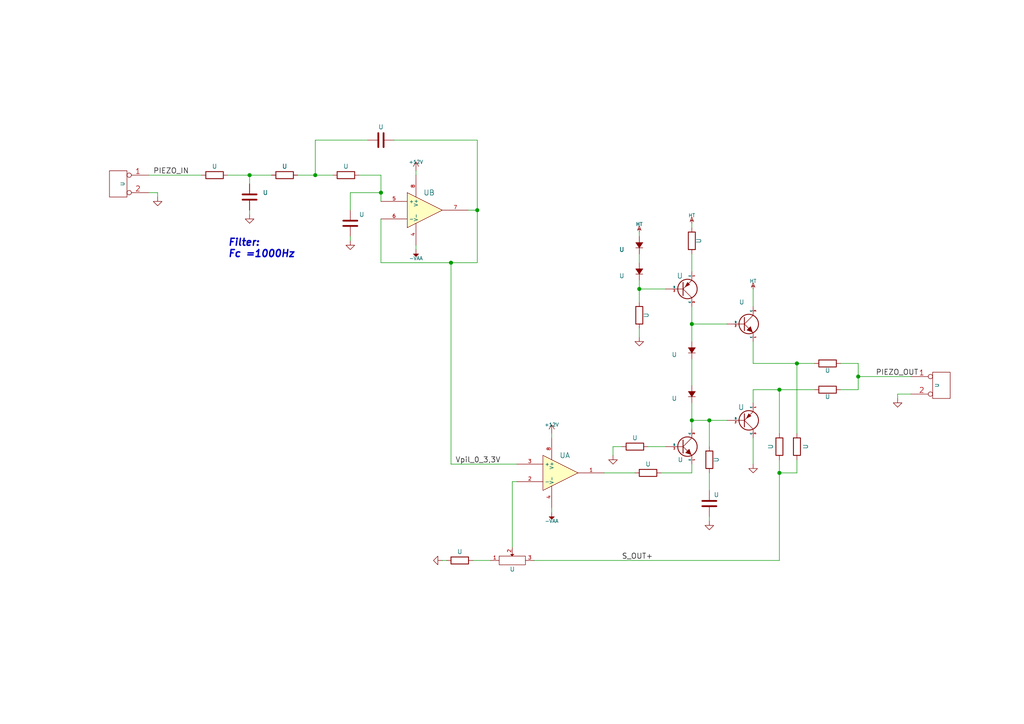
<source format=kicad_sch>
(kicad_sch (version 20220822) (generator eeschema)
  (paper "A4")
  (title_block (title "Complex hierarchy: demo") (date "2017-01-15") (rev "1"))
  (lib_symbols
    (symbol "complex_hierarchy_schlib:+12V" (power) (pin_names (offset 0))
      (property "Value" "+12V" (at 0 3.556 0))
      (symbol "+12V_0_1"
        (polyline (pts (xy -0.762 1.27) (xy 0 2.54)))
        (polyline (pts (xy 0 0) (xy 0 2.54)))
        (polyline (pts (xy 0 2.54) (xy 0.762 1.27)))
      )
      (symbol "+12V_1_1"
        (pin power_in line (at 0 0 90) (length 0) hide (name "+12V") (number "1"))
      )
    )
    (symbol "complex_hierarchy_schlib:-VAA" (power) (pin_names (offset 0))
      (property "Value" "-VAA" (at 0 2.54 0))
      (symbol "-VAA_0_0"
        (pin power_in line (at 0 0 90) (length 0) hide (name "-VAA") (number "1"))
      )
      (symbol "-VAA_0_1"
        (polyline (pts (xy 0 0) (xy 0 1.27) (xy 0 1.27)))
        (polyline (pts (xy 0 2.032) (xy 0.762 1.27) (xy -0.508 1.27) (xy -0.762 1.27) (xy 0 2.032) (xy 0 2.032) (xy 0 2.032)) (fill (type outline)))
      )
    )
    (symbol "complex_hierarchy_schlib:C" (pin_numbers hide) (pin_names (offset 0.254))
      (property "Reference" "C" (at 0.635 2.54 0))
      (property "Value" "C" (at 0.635 -2.54 0))
      (symbol "C_0_1"
        (polyline (pts (xy -2.032 -0.762) (xy 2.032 -0.762)) (stroke (width 0.508)))
        (polyline (pts (xy -2.032 0.762) (xy 2.032 0.762)) (stroke (width 0.508)))
      )
      (symbol "C_1_1"
        (pin passive line (at 0 3.81 270) (length 2.794) (name "~") (number "1"))
        (pin passive line (at 0 -3.81 90) (length 2.794) (name "~") (number "2"))
      )
    )
    (symbol "complex_hierarchy_schlib:CONN_2" (pin_names (offset 1.016) hide)
      (property "Reference" "P" (at -1.27 0 90))
      (property "Value" "CONN_2" (at 1.27 0 90))
      (symbol "CONN_2_0_1"
        (rectangle (start -2.54 3.81) (end 2.54 -3.81))
      )
      (symbol "CONN_2_1_1"
        (pin passive inverted (at -8.89 2.54 0) (length 6.35) (name "P1") (number "1"))
        (pin passive inverted (at -8.89 -2.54 0) (length 6.35) (name "PM") (number "2"))
      )
    )
    (symbol "complex_hierarchy_schlib:D_Small" (pin_numbers hide) (pin_names (offset 0.254) hide)
      (property "Reference" "D" (at -1.27 2.032 0))
      (property "Value" "D_Small" (at -3.81 -2.032 0))
      (symbol "D_Small_0_1"
        (polyline (pts (xy -0.762 -1.016) (xy -0.762 1.016)))
        (polyline (pts (xy 0.762 -1.016) (xy -0.762 0) (xy 0.762 1.016) (xy 0.762 -1.016)) (fill (type outline)))
      )
      (symbol "D_Small_1_1"
        (pin passive line (at -2.54 0 0) (length 1.778) (name "K") (number "1"))
        (pin passive line (at 2.54 0 180) (length 1.778) (name "A") (number "2"))
      )
    )
    (symbol "complex_hierarchy_schlib:GND" (power) (pin_names (offset 0))
      (property "Value" "GND" (at 0 -3.1242 0))
      (symbol "GND_0_1"
        (polyline (pts (xy 0 0) (xy 0 -1.27) (xy 1.27 -1.27) (xy 0 -2.54) (xy -1.27 -1.27) (xy 0 -1.27)))
      )
      (symbol "GND_1_1"
        (pin power_in line (at 0 0 270) (length 0) hide (name "GND") (number "1"))
      )
    )
    (symbol "complex_hierarchy_schlib:HT" (power) (pin_names (offset 0))
      (property "Value" "HT" (at 0 2.286 0))
      (symbol "HT_0_0"
        (pin power_in line (at 0 0 90) (length 0) hide (name "HT") (number "1"))
      )
      (symbol "HT_0_1"
        (polyline (pts (xy 0 0) (xy 0 1.016) (xy 0 1.016)))
        (polyline (pts (xy 0 1.016) (xy 0.508 0.508) (xy 0 1.778) (xy -0.508 0.508) (xy 0 1.016) (xy 0 1.016)))
      )
    )
    (symbol "complex_hierarchy_schlib:LM358N"
      (property "Reference" "U" (at -1.27 5.08 0))
      (property "Value" "LM358N" (at -1.27 -6.35 0))
      (symbol "LM358N_0_1"
        (polyline (pts (xy -5.08 5.08) (xy 5.08 0) (xy -5.08 -5.08) (xy -5.08 5.08)) (stroke (width 0.1524)) (fill (type background)))
        (pin power_in line (at -2.54 -10.16 90) (length 6.35) (name "V-") (number "4"))
        (pin power_in line (at -2.54 10.16 270) (length 6.35) (name "V+") (number "8"))
      )
      (symbol "LM358N_1_1"
        (pin output line (at 12.7 0 180) (length 7.62) (name "~") (number "1"))
        (pin input line (at -12.7 -2.54 0) (length 7.62) (name "-") (number "2"))
        (pin input line (at -12.7 2.54 0) (length 7.62) (name "+") (number "3"))
      )
      (symbol "LM358N_2_1"
        (pin input line (at -12.7 2.54 0) (length 7.62) (name "+") (number "5"))
        (pin input line (at -12.7 -2.54 0) (length 7.62) (name "-") (number "6"))
        (pin output line (at 12.7 0 180) (length 7.62) (name "~") (number "7"))
      )
    )
    (symbol "complex_hierarchy_schlib:MPSA42" (pin_names (offset 0))
      (property "Reference" "Q" (at 3.81 -3.81 0))
      (property "Value" "MPSA42" (at 3.81 3.81 0))
      (symbol "MPSA42_0_1"
        (polyline (pts (xy 0 0) (xy 2.54 2.54)))
        (polyline (pts (xy 0 1.905) (xy 0 -1.905) (xy 0 -1.905)) (stroke (width 0.254)))
        (polyline (pts (xy 1.27 -1.27) (xy 0 0) (xy 0 0)))
        (polyline (pts (xy 2.286 -2.286) (xy 2.54 -2.54) (xy 2.54 -2.54)))
        (polyline (pts (xy 2.286 -2.286) (xy 1.778 -0.762) (xy 0.762 -1.778) (xy 2.286 -2.286) (xy 2.286 -2.286)) (fill (type outline)))
        (circle (center 1.27 0) (radius 2.8194) (stroke (width 0.254)))
      )
      (symbol "MPSA42_1_1"
        (pin passive line (at 2.54 -5.08 90) (length 2.54) (name "E") (number "1"))
        (pin input line (at -5.08 0 0) (length 5.08) (name "B") (number "2"))
        (pin passive line (at 2.54 5.08 270) (length 2.54) (name "C") (number "3"))
      )
    )
    (symbol "complex_hierarchy_schlib:MPSA92" (pin_names (offset 0))
      (property "Reference" "Q" (at 3.81 -3.81 0))
      (property "Value" "MPSA92" (at 3.81 3.81 0))
      (symbol "MPSA92_0_1"
        (polyline (pts (xy 0 0) (xy 2.54 2.54)))
        (polyline (pts (xy 0 1.905) (xy 0 -1.905) (xy 0 -1.905)) (stroke (width 0.254)) (fill (type outline)))
        (polyline (pts (xy 0.635 -0.635) (xy 0 0) (xy 0 0)))
        (polyline (pts (xy 2.54 -2.54) (xy 1.651 -1.651) (xy 1.651 -1.651)))
        (polyline (pts (xy 0.635 -0.635) (xy 1.27 -1.905) (xy 1.905 -1.27) (xy 0.635 -0.635) (xy 0.635 -0.635)) (fill (type outline)))
        (circle (center 1.27 0) (radius 2.8194) (stroke (width 0.254)))
      )
      (symbol "MPSA92_1_1"
        (pin passive line (at 2.54 -5.08 90) (length 2.54) (name "E") (number "1"))
        (pin input line (at -5.08 0 0) (length 5.08) (name "B") (number "2"))
        (pin passive line (at 2.54 5.08 270) (length 2.54) (name "C") (number "3"))
      )
    )
    (symbol "complex_hierarchy_schlib:POT" (pin_names (offset 1.016) hide)
      (property "Reference" "RV" (at 0 -2.54 0))
      (property "Value" "POT" (at 0 0 0))
      (symbol "POT_0_1"
        (rectangle (start -3.81 1.27) (end 3.81 -1.27))
        (polyline (pts (xy 0 1.27) (xy -0.508 1.778) (xy 0.508 1.778)) (fill (type outline)))
      )
      (symbol "POT_1_1"
        (pin passive line (at -6.35 0 0) (length 2.54) (name "1") (number "1"))
        (pin passive line (at 0 3.81 270) (length 2.032) (name "2") (number "2"))
        (pin passive line (at 6.35 0 180) (length 2.54) (name "3") (number "3"))
      )
    )
    (symbol "complex_hierarchy_schlib:R" (pin_numbers hide) (pin_names (offset 0))
      (property "Reference" "R" (at 2.032 0 90))
      (property "Value" "R" (at 0 0 90))
      (symbol "R_0_1"
        (rectangle (start -1.016 -2.54) (end 1.016 2.54) (stroke (width 0.254)))
      )
      (symbol "R_1_1"
        (pin passive line (at 0 3.81 270) (length 1.27) (name "~") (number "1"))
        (pin passive line (at 0 -3.81 90) (length 1.27) (name "~") (number "2"))
      )
    )
  )
  (junction (at 138.43 60.96) (diameter 1.016))
  (junction (at 248.92 109.22) (diameter 1.016))
  (junction (at 226.06 113.03) (diameter 1.016))
  (junction (at 130.81 76.2) (diameter 1.016))
  (junction (at 205.74 121.92) (diameter 1.016))
  (junction (at 226.06 137.16) (diameter 1.016))
  (junction (at 200.66 93.98) (diameter 1.016))
  (junction (at 231.14 105.41) (diameter 1.016))
  (junction (at 91.44 50.8) (diameter 1.016))
  (junction (at 110.49 55.88) (diameter 1.016))
  (junction (at 72.39 50.8) (diameter 1.016))
  (junction (at 185.42 83.82) (diameter 1.016))
  (junction (at 200.66 121.92) (diameter 1.016))
  (wire (pts (xy 86.36 50.8) (xy 91.44 50.8)))
  (wire (pts (xy 231.14 137.16) (xy 231.14 133.35)))
  (wire (pts (xy 175.26 137.16) (xy 184.15 137.16)))
  (wire (pts (xy 218.44 127) (xy 218.44 134.62)))
  (wire (pts (xy 72.39 50.8) (xy 78.74 50.8)))
  (wire (pts (xy 110.49 55.88) (xy 110.49 58.42)))
  (wire (pts (xy 205.74 149.86) (xy 205.74 151.13)))
  (wire (pts (xy 218.44 105.41) (xy 218.44 99.06)))
  (wire (pts (xy 218.44 105.41) (xy 231.14 105.41)))
  (wire (pts (xy 180.34 129.54) (xy 177.8 129.54)))
  (wire (pts (xy 106.68 40.64) (xy 91.44 40.64)))
  (wire (pts (xy 185.42 83.82) (xy 185.42 87.63)))
  (wire (pts (xy 231.14 105.41) (xy 236.22 105.41)))
  (wire (pts (xy 226.06 113.03) (xy 236.22 113.03)))
  (wire (pts (xy 226.06 137.16) (xy 231.14 137.16)))
  (wire (pts (xy 72.39 53.34) (xy 72.39 50.8)))
  (wire (pts (xy 110.49 55.88) (xy 101.6 55.88)))
  (wire (pts (xy 185.42 81.28) (xy 185.42 83.82)))
  (wire (pts (xy 210.82 93.98) (xy 200.66 93.98)))
  (wire (pts (xy 148.59 158.75) (xy 148.59 139.7)))
  (wire (pts (xy 138.43 60.96) (xy 138.43 40.64)))
  (wire (pts (xy 130.81 76.2) (xy 138.43 76.2)))
  (wire (pts (xy 130.81 134.62) (xy 130.81 76.2)))
  (wire (pts (xy 160.02 148.59) (xy 160.02 147.32)))
  (wire (pts (xy 45.72 55.88) (xy 45.72 57.15)))
  (wire (pts (xy 91.44 50.8) (xy 96.52 50.8)))
  (wire (pts (xy 200.66 93.98) (xy 200.66 99.06)))
  (wire (pts (xy 101.6 69.85) (xy 101.6 68.58)))
  (wire (pts (xy 160.02 125.73) (xy 160.02 127)))
  (wire (pts (xy 200.66 116.84) (xy 200.66 121.92)))
  (wire (pts (xy 58.42 50.8) (xy 43.18 50.8)))
  (wire (pts (xy 200.66 64.77) (xy 200.66 66.04)))
  (wire (pts (xy 226.06 162.56) (xy 154.94 162.56)))
  (wire (pts (xy 248.92 105.41) (xy 243.84 105.41)))
  (wire (pts (xy 205.74 121.92) (xy 205.74 129.54)))
  (wire (pts (xy 200.66 121.92) (xy 205.74 121.92)))
  (wire (pts (xy 248.92 109.22) (xy 264.16 109.22)))
  (wire (pts (xy 128.27 162.56) (xy 129.54 162.56)))
  (wire (pts (xy 264.16 114.3) (xy 260.35 114.3)))
  (wire (pts (xy 138.43 40.64) (xy 114.3 40.64)))
  (wire (pts (xy 200.66 88.9) (xy 200.66 93.98)))
  (wire (pts (xy 226.06 137.16) (xy 226.06 162.56)))
  (wire (pts (xy 177.8 129.54) (xy 177.8 132.08)))
  (wire (pts (xy 149.86 134.62) (xy 130.81 134.62)))
  (wire (pts (xy 248.92 105.41) (xy 248.92 109.22)))
  (wire (pts (xy 200.66 134.62) (xy 200.66 137.16)))
  (wire (pts (xy 200.66 137.16) (xy 191.77 137.16)))
  (wire (pts (xy 43.18 55.88) (xy 45.72 55.88)))
  (wire (pts (xy 110.49 50.8) (xy 110.49 55.88)))
  (wire (pts (xy 91.44 40.64) (xy 91.44 50.8)))
  (wire (pts (xy 200.66 121.92) (xy 200.66 124.46)))
  (wire (pts (xy 110.49 50.8) (xy 104.14 50.8)))
  (wire (pts (xy 185.42 95.25) (xy 185.42 97.79)))
  (wire (pts (xy 226.06 113.03) (xy 226.06 125.73)))
  (wire (pts (xy 260.35 114.3) (xy 260.35 115.57)))
  (wire (pts (xy 120.65 49.53) (xy 120.65 50.8)))
  (wire (pts (xy 148.59 139.7) (xy 149.86 139.7)))
  (wire (pts (xy 110.49 63.5) (xy 110.49 76.2)))
  (wire (pts (xy 135.89 60.96) (xy 138.43 60.96)))
  (wire (pts (xy 137.16 162.56) (xy 142.24 162.56)))
  (wire (pts (xy 185.42 76.2) (xy 185.42 73.66)))
  (wire (pts (xy 193.04 83.82) (xy 185.42 83.82)))
  (wire (pts (xy 120.65 72.39) (xy 120.65 71.12)))
  (wire (pts (xy 218.44 113.03) (xy 226.06 113.03)))
  (wire (pts (xy 248.92 113.03) (xy 243.84 113.03)))
  (wire (pts (xy 218.44 83.82) (xy 218.44 88.9)))
  (wire (pts (xy 200.66 104.14) (xy 200.66 111.76)))
  (wire (pts (xy 218.44 113.03) (xy 218.44 116.84)))
  (wire (pts (xy 226.06 133.35) (xy 226.06 137.16)))
  (wire (pts (xy 187.96 129.54) (xy 193.04 129.54)))
  (wire (pts (xy 138.43 76.2) (xy 138.43 60.96)))
  (wire (pts (xy 66.04 50.8) (xy 72.39 50.8)))
  (wire (pts (xy 110.49 76.2) (xy 130.81 76.2)))
  (wire (pts (xy 200.66 73.66) (xy 200.66 78.74)))
  (wire (pts (xy 231.14 125.73) (xy 231.14 105.41)))
  (wire (pts (xy 205.74 121.92) (xy 210.82 121.92)))
  (wire (pts (xy 248.92 109.22) (xy 248.92 113.03)))
  (wire (pts (xy 185.42 68.58) (xy 185.42 67.31)))
  (wire (pts (xy 101.6 55.88) (xy 101.6 60.96)))
  (wire (pts (xy 72.39 62.23) (xy 72.39 60.96)))
  (wire (pts (xy 205.74 137.16) (xy 205.74 142.24)))
  (text "Filter:\nFc =1000Hz" (at 66.04 74.93 0) (effects (font (size 2.032 2.032) (thickness 0.4064) bold italic) (justify left bottom)))
  (label "Vpil_0_3,3V" (at 132.08 134.62 0) (effects (font (size 1.524 1.524))))
  (label "S_OUT+" (at 180.34 162.56 0) (effects (font (size 1.524 1.524))))
  (label "PIEZO_OUT" (at 254 109.22 0) (effects (font (size 1.524 1.524))))
  (label "PIEZO_IN" (at 44.45 50.8 0) (effects (font (size 1.524 1.524))))
  (symbol (lib_id "complex_hierarchy_schlib:POT") (at 148.59 162.56 0) (unit 1)
    (default_instance (reference "U") (unit 1) (value "") (footprint ""))
    (property "Reference" "U" (at 148.59 165.1 0))
  )
  (symbol (lib_id "complex_hierarchy_schlib:C") (at 110.49 40.64 270) (unit 1)
    (default_instance (reference "U") (unit 1) (value "") (footprint ""))
    (property "Reference" "U" (at 110.49 36.83 90))
  )
  (symbol (lib_id "complex_hierarchy_schlib:R") (at 100.33 50.8 270) (unit 1)
    (default_instance (reference "U") (unit 1) (value "") (footprint ""))
    (property "Reference" "U" (at 100.33 48.26 90))
  )
  (symbol (lib_id "complex_hierarchy_schlib:+12V") (at 120.65 49.53 0) (unit 1)
    (default_instance (reference "U") (unit 1) (value "") (footprint ""))
    (property "Reference" "U" (effects hide))
  )
  (symbol (lib_id "complex_hierarchy_schlib:LM358N") (at 123.19 60.96 0) (unit 2)
    (default_instance (reference "U") (unit 1) (value "") (footprint ""))
    (property "Reference" "U" (at 124.46 55.88 0) (effects (font (size 1.524 1.524))))
  )
  (symbol (lib_id "complex_hierarchy_schlib:HT") (at 218.44 83.82 0) (unit 1)
    (default_instance (reference "U") (unit 1) (value "") (footprint ""))
    (property "Reference" "U" (effects hide))
  )
  (symbol (lib_id "complex_hierarchy_schlib:HT") (at 200.66 64.77 0) (unit 1)
    (default_instance (reference "U") (unit 1) (value "") (footprint ""))
    (property "Reference" "U" (effects hide))
  )
  (symbol (lib_id "complex_hierarchy_schlib:HT") (at 185.42 67.31 0) (unit 1)
    (default_instance (reference "U") (unit 1) (value "") (footprint ""))
    (property "Reference" "U" (effects hide))
  )
  (symbol (lib_id "complex_hierarchy_schlib:MPSA92") (at 198.12 83.82 0) (mirror x) (unit 1)
    (default_instance (reference "U") (unit 1) (value "") (footprint ""))
    (property "Reference" "U" (at 198.12 80.01 0) (effects (font (size 1.524 1.524)) (justify right)))
  )
  (symbol (lib_id "complex_hierarchy_schlib:GND") (at 128.27 162.56 270) (unit 1)
    (default_instance (reference "U") (unit 1) (value "") (footprint ""))
    (property "Reference" "U" (effects hide))
  )
  (symbol (lib_id "complex_hierarchy_schlib:R") (at 133.35 162.56 270) (unit 1)
    (default_instance (reference "U") (unit 1) (value "") (footprint ""))
    (property "Reference" "U" (at 133.35 160.02 90))
  )
  (symbol (lib_id "complex_hierarchy_schlib:GND") (at 260.35 115.57 0) (unit 1)
    (default_instance (reference "U") (unit 1) (value "") (footprint ""))
    (property "Reference" "U" (effects hide))
  )
  (symbol (lib_id "complex_hierarchy_schlib:R") (at 240.03 105.41 270) (unit 1)
    (default_instance (reference "U") (unit 1) (value "") (footprint ""))
    (property "Reference" "U" (at 240.03 107.442 90))
  )
  (symbol (lib_id "complex_hierarchy_schlib:C") (at 205.74 146.05 0) (unit 1)
    (default_instance (reference "U") (unit 1) (value "") (footprint ""))
    (property "Reference" "U" (at 207.01 143.51 0) (effects (justify left)))
  )
  (symbol (lib_id "complex_hierarchy_schlib:C") (at 101.6 64.77 0) (unit 1)
    (default_instance (reference "U") (unit 1) (value "") (footprint ""))
    (property "Reference" "U" (at 104.14 62.23 0) (effects (justify left)))
  )
  (symbol (lib_id "complex_hierarchy_schlib:CONN_2") (at 34.29 53.34 0) (mirror y) (unit 1)
    (default_instance (reference "U") (unit 1) (value "") (footprint ""))
    (property "Reference" "U" (at 35.56 53.34 90) (effects (font (size 1.016 1.016))))
  )
  (symbol (lib_id "complex_hierarchy_schlib:LM358N") (at 162.56 137.16 0) (unit 1)
    (default_instance (reference "U") (unit 1) (value "") (footprint ""))
    (property "Reference" "U" (at 163.83 132.08 0) (effects (font (size 1.524 1.524))))
  )
  (symbol (lib_id "complex_hierarchy_schlib:GND") (at 101.6 69.85 0) (unit 1)
    (default_instance (reference "U") (unit 1) (value "") (footprint ""))
    (property "Reference" "U" (effects hide))
  )
  (symbol (lib_id "complex_hierarchy_schlib:GND") (at 45.72 57.15 0) (unit 1)
    (default_instance (reference "U") (unit 1) (value "") (footprint ""))
    (property "Reference" "U" (effects hide))
  )
  (symbol (lib_id "complex_hierarchy_schlib:R") (at 82.55 50.8 270) (unit 1)
    (default_instance (reference "U") (unit 1) (value "") (footprint ""))
    (property "Reference" "U" (at 82.55 48.26 90))
  )
  (symbol (lib_id "complex_hierarchy_schlib:CONN_2") (at 273.05 111.76 0) (unit 1)
    (default_instance (reference "U") (unit 1) (value "") (footprint ""))
    (property "Reference" "U" (at 271.78 111.76 90) (effects (font (size 1.016 1.016))))
  )
  (symbol (lib_id "complex_hierarchy_schlib:R") (at 187.96 137.16 270) (unit 1)
    (default_instance (reference "U") (unit 1) (value "") (footprint ""))
    (property "Reference" "U" (at 187.96 134.62 90))
  )
  (symbol (lib_id "complex_hierarchy_schlib:+12V") (at 160.02 125.73 0) (unit 1)
    (default_instance (reference "U") (unit 1) (value "") (footprint ""))
    (property "Reference" "U" (effects hide))
  )
  (symbol (lib_id "complex_hierarchy_schlib:R") (at 226.06 129.54 180) (unit 1)
    (default_instance (reference "U") (unit 1) (value "") (footprint ""))
    (property "Reference" "U" (at 223.52 129.54 90))
  )
  (symbol (lib_id "complex_hierarchy_schlib:R") (at 184.15 129.54 270) (unit 1)
    (default_instance (reference "U") (unit 1) (value "") (footprint ""))
    (property "Reference" "U" (at 184.15 127 90))
  )
  (symbol (lib_id "complex_hierarchy_schlib:GND") (at 185.42 97.79 0) (unit 1)
    (default_instance (reference "U") (unit 1) (value "") (footprint ""))
    (property "Reference" "U" (effects hide))
  )
  (symbol (lib_id "complex_hierarchy_schlib:R") (at 185.42 91.44 0) (unit 1)
    (default_instance (reference "U") (unit 1) (value "") (footprint ""))
    (property "Reference" "U" (at 187.452 91.44 90))
  )
  (symbol (lib_id "complex_hierarchy_schlib:D_Small") (at 185.42 71.12 90) (unit 1)
    (default_instance (reference "U") (unit 1) (value "") (footprint ""))
    (property "Reference" "U" (at 180.34 72.39 90))
  )
  (symbol (lib_id "complex_hierarchy_schlib:R") (at 200.66 69.85 0) (unit 1)
    (default_instance (reference "U") (unit 1) (value "") (footprint ""))
    (property "Reference" "U" (at 202.692 69.85 90))
  )
  (symbol (lib_id "complex_hierarchy_schlib:D_Small") (at 185.42 78.74 90) (unit 1)
    (default_instance (reference "U") (unit 1) (value "") (footprint ""))
    (property "Reference" "U" (at 180.34 80.01 90))
  )
  (symbol (lib_id "complex_hierarchy_schlib:GND") (at 177.8 132.08 0) (unit 1)
    (default_instance (reference "U") (unit 1) (value "") (footprint ""))
    (property "Reference" "U" (effects hide))
  )
  (symbol (lib_id "complex_hierarchy_schlib:MPSA42") (at 198.12 129.54 0) (unit 1)
    (default_instance (reference "U") (unit 1) (value "") (footprint ""))
    (property "Reference" "U" (at 198.12 133.35 0) (effects (justify right)))
  )
  (symbol (lib_id "complex_hierarchy_schlib:GND") (at 218.44 134.62 0) (unit 1)
    (default_instance (reference "U") (unit 1) (value "") (footprint ""))
    (property "Reference" "U" (effects hide))
  )
  (symbol (lib_id "complex_hierarchy_schlib:D_Small") (at 200.66 114.3 90) (unit 1)
    (default_instance (reference "U") (unit 1) (value "") (footprint ""))
    (property "Reference" "U" (at 195.58 115.57 90))
  )
  (symbol (lib_id "complex_hierarchy_schlib:MPSA92") (at 215.9 121.92 0) (mirror x) (unit 1)
    (default_instance (reference "U") (unit 1) (value "") (footprint ""))
    (property "Reference" "U" (at 215.9 118.11 0) (effects (font (size 1.524 1.524)) (justify right)))
  )
  (symbol (lib_id "complex_hierarchy_schlib:MPSA42") (at 215.9 93.98 0) (unit 1)
    (default_instance (reference "U") (unit 1) (value "") (footprint ""))
    (property "Reference" "U" (at 215.9 87.63 0) (effects (justify right)))
  )
  (symbol (lib_id "complex_hierarchy_schlib:-VAA") (at 120.65 72.39 180) (unit 1)
    (default_instance (reference "U") (unit 1) (value "") (footprint ""))
    (property "Reference" "U" (effects hide))
  )
  (symbol (lib_id "complex_hierarchy_schlib:-VAA") (at 160.02 148.59 180) (unit 1)
    (default_instance (reference "U") (unit 1) (value "") (footprint ""))
    (property "Reference" "U" (effects hide))
  )
  (symbol (lib_id "complex_hierarchy_schlib:R") (at 62.23 50.8 270) (unit 1)
    (default_instance (reference "U") (unit 1) (value "") (footprint ""))
    (property "Reference" "U" (at 62.23 48.26 90))
  )
  (symbol (lib_id "complex_hierarchy_schlib:C") (at 72.39 57.15 0) (unit 1)
    (default_instance (reference "U") (unit 1) (value "") (footprint ""))
    (property "Reference" "U" (at 76.2 55.88 0) (effects (justify left)))
  )
  (symbol (lib_id "complex_hierarchy_schlib:GND") (at 72.39 62.23 0) (unit 1)
    (default_instance (reference "U") (unit 1) (value "") (footprint ""))
    (property "Reference" "U" (effects hide))
  )
  (symbol (lib_id "complex_hierarchy_schlib:R") (at 205.74 133.35 0) (unit 1)
    (default_instance (reference "U") (unit 1) (value "") (footprint ""))
    (property "Reference" "U" (at 207.772 133.35 90))
  )
  (symbol (lib_id "complex_hierarchy_schlib:GND") (at 205.74 151.13 0) (unit 1)
    (default_instance (reference "U") (unit 1) (value "") (footprint ""))
    (property "Reference" "U" (effects hide))
  )
  (symbol (lib_id "complex_hierarchy_schlib:D_Small") (at 200.66 101.6 90) (unit 1)
    (default_instance (reference "U") (unit 1) (value "") (footprint ""))
    (property "Reference" "U" (at 195.58 102.87 90))
  )
  (symbol (lib_id "complex_hierarchy_schlib:R") (at 240.03 113.03 270) (unit 1)
    (default_instance (reference "U") (unit 1) (value "") (footprint ""))
    (property "Reference" "U" (at 240.03 115.062 90))
  )
  (symbol (lib_id "complex_hierarchy_schlib:R") (at 231.14 129.54 180) (unit 1)
    (default_instance (reference "U") (unit 1) (value "") (footprint ""))
    (property "Reference" "U" (at 233.68 129.54 90))
  )
)
</source>
